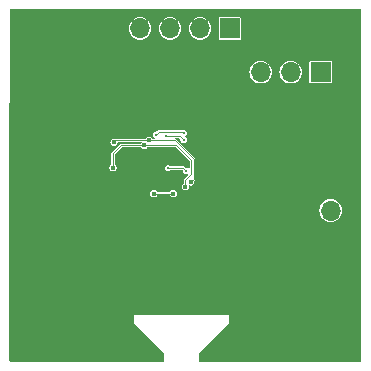
<source format=gbr>
%TF.GenerationSoftware,KiCad,Pcbnew,8.0.6-8.0.6-0~ubuntu20.04.1*%
%TF.CreationDate,2024-11-02T23:17:13+01:00*%
%TF.ProjectId,CYW43439,43595734-3334-4333-992e-6b696361645f,rev?*%
%TF.SameCoordinates,Original*%
%TF.FileFunction,Copper,L2,Bot*%
%TF.FilePolarity,Positive*%
%FSLAX46Y46*%
G04 Gerber Fmt 4.6, Leading zero omitted, Abs format (unit mm)*
G04 Created by KiCad (PCBNEW 8.0.6-8.0.6-0~ubuntu20.04.1) date 2024-11-02 23:17:13*
%MOMM*%
%LPD*%
G01*
G04 APERTURE LIST*
%TA.AperFunction,ComponentPad*%
%ADD10R,1.700000X1.700000*%
%TD*%
%TA.AperFunction,ComponentPad*%
%ADD11O,1.700000X1.700000*%
%TD*%
%TA.AperFunction,ViaPad*%
%ADD12C,0.400000*%
%TD*%
%TA.AperFunction,ViaPad*%
%ADD13C,0.300000*%
%TD*%
%TA.AperFunction,Conductor*%
%ADD14C,0.100000*%
%TD*%
G04 APERTURE END LIST*
D10*
%TO.P,J3,1,Pin_1*%
%TO.N,GND*%
X152975000Y-96975000D03*
D11*
%TO.P,J3,2,Pin_2*%
%TO.N,+3.3V*%
X152975000Y-99515000D03*
%TD*%
D10*
%TO.P,J2,1,Pin_1*%
%TO.N,WL_CLK*%
X144450000Y-84100000D03*
D11*
%TO.P,J2,2,Pin_2*%
%TO.N,WL_D*%
X141910000Y-84100000D03*
%TO.P,J2,3,Pin_3*%
%TO.N,WL_CS*%
X139370000Y-84100000D03*
%TO.P,J2,4,Pin_4*%
%TO.N,WL_ON*%
X136830000Y-84100000D03*
%TD*%
D10*
%TO.P,J1,1,Pin_1*%
%TO.N,WL_GPIO2*%
X152125000Y-87800000D03*
D11*
%TO.P,J1,2,Pin_2*%
%TO.N,WL_GPIO0*%
X149585000Y-87800000D03*
%TO.P,J1,3,Pin_3*%
%TO.N,WL_GPIO1*%
X147045000Y-87800000D03*
%TD*%
D12*
%TO.N,GND*%
X128925000Y-99175000D03*
X126175000Y-94600000D03*
X147000000Y-99525000D03*
X155225000Y-99950000D03*
X155200000Y-95200000D03*
X155175000Y-90275000D03*
X137025000Y-98775000D03*
X134925000Y-98750000D03*
X133825000Y-97300000D03*
X134925000Y-98000000D03*
X134925000Y-96600000D03*
X142750000Y-100775000D03*
X142825000Y-99675000D03*
X143400000Y-100100000D03*
X143900000Y-100575000D03*
X143150000Y-101225000D03*
X137800000Y-99300000D03*
X141425000Y-99275000D03*
X140825000Y-99275000D03*
X140225000Y-99300000D03*
X142225000Y-99675000D03*
X142225000Y-100600000D03*
X142250000Y-101175000D03*
X137250000Y-99900000D03*
X137225000Y-100500000D03*
X137200000Y-101175000D03*
X137200000Y-101850000D03*
X137225000Y-102550000D03*
X137850000Y-102575000D03*
X138475000Y-102575000D03*
X139200000Y-102600000D03*
X139925000Y-102600000D03*
X140675000Y-102600000D03*
X141425000Y-102600000D03*
X142225000Y-102600000D03*
X142225000Y-101875000D03*
X143150000Y-101875000D03*
X143150000Y-102600000D03*
X143150000Y-103275000D03*
X143150000Y-104000000D03*
X143900000Y-104000000D03*
X145075000Y-102075000D03*
X145100000Y-103000000D03*
X139625000Y-98800000D03*
X138375000Y-98800000D03*
X138375000Y-99300000D03*
X139625000Y-99300000D03*
X131850000Y-89900000D03*
X126100000Y-99075000D03*
X126225000Y-90475000D03*
X135575000Y-86400000D03*
X130675000Y-86500000D03*
X126350000Y-86450000D03*
X139175000Y-88550000D03*
X139175000Y-86775000D03*
X143800000Y-88300000D03*
X143900000Y-86700000D03*
X142350000Y-88450000D03*
X142325000Y-86700000D03*
X141150000Y-88425000D03*
X141150000Y-86775000D03*
X146025000Y-93175000D03*
X143550000Y-93200000D03*
X141900000Y-94975000D03*
X150300000Y-92550000D03*
X150875000Y-90000000D03*
X145000000Y-90150000D03*
X142300000Y-92800000D03*
X140975000Y-94100000D03*
X146050000Y-94875000D03*
X146225000Y-109250000D03*
X132575000Y-111825000D03*
X144725000Y-109300000D03*
X154925000Y-111450000D03*
X145600000Y-103650000D03*
X145150000Y-107250000D03*
X145300000Y-98150000D03*
X146300000Y-104425000D03*
X133475000Y-89925000D03*
X126425000Y-107275000D03*
X150750000Y-106975000D03*
X144075000Y-109925000D03*
X137050000Y-108025000D03*
X135975000Y-98000000D03*
X145500000Y-110050000D03*
X154925000Y-106900000D03*
X144700000Y-108675000D03*
X143675000Y-111825000D03*
X144300000Y-111225000D03*
X154875000Y-102875000D03*
X137075000Y-110450000D03*
X150275000Y-102025000D03*
X142900000Y-111100000D03*
X140368753Y-108019975D03*
X140175000Y-104950000D03*
X127075000Y-95500000D03*
X144675000Y-104475000D03*
X126425000Y-102700000D03*
X143475000Y-110500000D03*
X143525000Y-108025000D03*
X146350000Y-106300000D03*
X133275000Y-102025000D03*
X133975000Y-94350000D03*
X130775000Y-98400000D03*
X136000000Y-108675000D03*
X146350000Y-108125000D03*
X141425000Y-108025000D03*
X139200000Y-96700000D03*
X146350000Y-105350000D03*
X144675000Y-108025000D03*
X135975000Y-109350000D03*
X134950000Y-95100000D03*
X149200000Y-91825000D03*
X138025000Y-86975000D03*
X149625000Y-111950000D03*
X144900000Y-110650000D03*
X146350000Y-107225000D03*
X138150000Y-108025000D03*
X145150000Y-105375000D03*
X142425000Y-108025000D03*
X136475000Y-109925000D03*
X126500000Y-111700000D03*
X149975000Y-96525000D03*
X137675000Y-111075000D03*
X136000000Y-108025000D03*
X139275000Y-108025000D03*
X145150000Y-106325000D03*
X131175000Y-107075000D03*
D13*
%TO.N,WL_GPIO2*%
X139200000Y-95900000D03*
X140750000Y-96150000D03*
%TO.N,WL_GPIO1*%
X140525000Y-92950000D03*
X138200000Y-93091608D03*
%TO.N,WL_GPIO0*%
X139050000Y-93200000D03*
X140525000Y-93525000D03*
D12*
%TO.N,VOUT_3P3*%
X134550000Y-95875000D03*
X137200000Y-94000000D03*
X140675000Y-97500000D03*
%TO.N,VDDBAT*%
X141125000Y-97100000D03*
X137600000Y-93575000D03*
X134625000Y-93725000D03*
%TO.N,Net-(U1-BTFM_PLL_VDD)*%
X139650000Y-98075000D03*
X138000000Y-98075000D03*
%TD*%
D14*
%TO.N,Net-(U1-BTFM_PLL_VDD)*%
X139650000Y-98075000D02*
X138000000Y-98075000D01*
%TO.N,WL_GPIO2*%
X140750000Y-96150000D02*
X140500000Y-95900000D01*
X140500000Y-95900000D02*
X139200000Y-95900000D01*
%TO.N,WL_GPIO1*%
X138416608Y-92875000D02*
X140450000Y-92875000D01*
X138200000Y-93091608D02*
X138416608Y-92875000D01*
X140450000Y-92875000D02*
X140525000Y-92950000D01*
%TO.N,WL_GPIO0*%
X139050000Y-93200000D02*
X140200000Y-93200000D01*
X140200000Y-93200000D02*
X140525000Y-93525000D01*
%TO.N,VOUT_3P3*%
X134550000Y-95875000D02*
X134550000Y-94675000D01*
X139900000Y-94000000D02*
X137200000Y-94000000D01*
X134550000Y-94675000D02*
X135225000Y-94000000D01*
X140675000Y-96925000D02*
X141175000Y-96425000D01*
X141175000Y-95275000D02*
X139900000Y-94000000D01*
X140675000Y-97500000D02*
X140675000Y-96925000D01*
X141175000Y-96425000D02*
X141175000Y-95275000D01*
X135225000Y-94000000D02*
X137200000Y-94000000D01*
%TO.N,VDDBAT*%
X141375000Y-96850000D02*
X141125000Y-97100000D01*
X137600000Y-93575000D02*
X139775000Y-93575000D01*
X137600000Y-93575000D02*
X134775000Y-93575000D01*
X141375000Y-95175000D02*
X141375000Y-96850000D01*
X134775000Y-93575000D02*
X134625000Y-93725000D01*
X139775000Y-93575000D02*
X141375000Y-95175000D01*
%TD*%
%TA.AperFunction,Conductor*%
%TO.N,GND*%
G36*
X155560148Y-82464352D02*
G01*
X155574500Y-82499000D01*
X155574500Y-112250500D01*
X155560148Y-112285148D01*
X155525500Y-112299500D01*
X141899000Y-112299500D01*
X141864352Y-112285148D01*
X141850000Y-112250500D01*
X141850000Y-111595296D01*
X141864352Y-111560648D01*
X144350000Y-109075000D01*
X144350000Y-108325000D01*
X136350000Y-108325000D01*
X136350000Y-109075000D01*
X138835648Y-111560648D01*
X138850000Y-111595296D01*
X138850000Y-112250500D01*
X138835648Y-112285148D01*
X138801000Y-112299500D01*
X125824500Y-112299500D01*
X125789852Y-112285148D01*
X125775500Y-112250500D01*
X125775500Y-99514999D01*
X152019901Y-99514999D01*
X152019901Y-99515000D01*
X152038253Y-99701331D01*
X152038253Y-99701332D01*
X152092604Y-99880502D01*
X152180863Y-100045624D01*
X152180868Y-100045631D01*
X152243775Y-100122282D01*
X152299643Y-100190357D01*
X152382590Y-100258430D01*
X152444368Y-100309131D01*
X152444375Y-100309136D01*
X152609499Y-100397396D01*
X152788669Y-100451747D01*
X152975000Y-100470099D01*
X153161331Y-100451747D01*
X153340501Y-100397396D01*
X153505625Y-100309136D01*
X153650357Y-100190357D01*
X153769136Y-100045625D01*
X153857396Y-99880501D01*
X153911747Y-99701331D01*
X153930099Y-99515000D01*
X153911747Y-99328669D01*
X153857396Y-99149499D01*
X153769136Y-98984375D01*
X153769131Y-98984368D01*
X153718430Y-98922590D01*
X153650357Y-98839643D01*
X153582282Y-98783775D01*
X153505631Y-98720868D01*
X153505624Y-98720863D01*
X153340502Y-98632604D01*
X153161331Y-98578253D01*
X152975000Y-98559901D01*
X152788668Y-98578253D01*
X152788667Y-98578253D01*
X152609497Y-98632604D01*
X152444375Y-98720863D01*
X152444368Y-98720868D01*
X152299643Y-98839643D01*
X152180868Y-98984368D01*
X152180863Y-98984375D01*
X152092604Y-99149497D01*
X152038253Y-99328667D01*
X152038253Y-99328668D01*
X152019901Y-99514999D01*
X125775500Y-99514999D01*
X125775500Y-98075000D01*
X137694864Y-98075000D01*
X137713266Y-98179365D01*
X137766250Y-98271136D01*
X137766252Y-98271139D01*
X137847431Y-98339256D01*
X137947014Y-98375500D01*
X138052986Y-98375500D01*
X138152568Y-98339256D01*
X138233747Y-98271139D01*
X138233747Y-98271138D01*
X138233748Y-98271138D01*
X138245951Y-98250000D01*
X138275704Y-98227170D01*
X138288387Y-98225500D01*
X139361613Y-98225500D01*
X139396261Y-98239852D01*
X139404049Y-98250001D01*
X139416252Y-98271138D01*
X139416252Y-98271139D01*
X139497431Y-98339256D01*
X139597014Y-98375500D01*
X139702986Y-98375500D01*
X139802568Y-98339256D01*
X139883747Y-98271139D01*
X139883749Y-98271136D01*
X139936733Y-98179365D01*
X139936733Y-98179364D01*
X139936734Y-98179363D01*
X139955136Y-98075000D01*
X139936734Y-97970637D01*
X139936733Y-97970635D01*
X139936733Y-97970634D01*
X139883749Y-97878863D01*
X139883747Y-97878860D01*
X139802568Y-97810743D01*
X139702986Y-97774500D01*
X139597014Y-97774500D01*
X139497431Y-97810743D01*
X139416252Y-97878860D01*
X139416252Y-97878861D01*
X139404049Y-97899999D01*
X139374296Y-97922830D01*
X139361613Y-97924500D01*
X138288387Y-97924500D01*
X138253739Y-97910148D01*
X138245951Y-97899999D01*
X138233748Y-97878862D01*
X138233747Y-97878861D01*
X138233747Y-97878860D01*
X138152568Y-97810743D01*
X138052986Y-97774500D01*
X137947014Y-97774500D01*
X137847431Y-97810743D01*
X137766252Y-97878860D01*
X137766250Y-97878863D01*
X137713266Y-97970634D01*
X137694864Y-98075000D01*
X125775500Y-98075000D01*
X125775500Y-95875000D01*
X134244864Y-95875000D01*
X134263266Y-95979365D01*
X134316250Y-96071136D01*
X134316252Y-96071139D01*
X134397431Y-96139256D01*
X134497014Y-96175500D01*
X134602986Y-96175500D01*
X134702568Y-96139256D01*
X134783747Y-96071139D01*
X134783749Y-96071136D01*
X134836733Y-95979365D01*
X134836733Y-95979364D01*
X134836734Y-95979363D01*
X134855136Y-95875000D01*
X134836734Y-95770637D01*
X134836733Y-95770635D01*
X134836733Y-95770634D01*
X134783749Y-95678863D01*
X134783747Y-95678860D01*
X134718003Y-95623695D01*
X134700686Y-95590430D01*
X134700500Y-95586159D01*
X134700500Y-94757635D01*
X134714852Y-94722987D01*
X135272987Y-94164852D01*
X135307635Y-94150500D01*
X136911613Y-94150500D01*
X136946261Y-94164852D01*
X136954049Y-94175001D01*
X136966252Y-94196138D01*
X136966252Y-94196139D01*
X137047431Y-94264256D01*
X137147014Y-94300500D01*
X137252986Y-94300500D01*
X137352568Y-94264256D01*
X137433747Y-94196139D01*
X137433747Y-94196138D01*
X137433748Y-94196138D01*
X137445951Y-94175000D01*
X137475704Y-94152170D01*
X137488387Y-94150500D01*
X139817364Y-94150500D01*
X139852012Y-94164852D01*
X141010148Y-95322987D01*
X141024500Y-95357635D01*
X141024500Y-95910401D01*
X141010148Y-95945049D01*
X140975500Y-95959401D01*
X140948277Y-95951143D01*
X140857492Y-95890483D01*
X140750003Y-95869103D01*
X140750000Y-95869103D01*
X140718920Y-95875284D01*
X140682137Y-95867966D01*
X140674714Y-95861873D01*
X140585255Y-95772414D01*
X140585252Y-95772412D01*
X140552848Y-95758990D01*
X140529936Y-95749500D01*
X139456971Y-95749500D01*
X139422323Y-95735148D01*
X139416229Y-95727723D01*
X139398624Y-95701375D01*
X139307492Y-95640483D01*
X139200003Y-95619103D01*
X139199997Y-95619103D01*
X139092507Y-95640483D01*
X139001375Y-95701375D01*
X138940483Y-95792507D01*
X138919103Y-95899997D01*
X138919103Y-95900002D01*
X138940483Y-96007492D01*
X139001375Y-96098624D01*
X139061991Y-96139126D01*
X139092505Y-96159515D01*
X139092507Y-96159516D01*
X139199997Y-96180897D01*
X139200000Y-96180897D01*
X139200003Y-96180897D01*
X139307492Y-96159516D01*
X139307492Y-96159515D01*
X139307495Y-96159515D01*
X139398624Y-96098624D01*
X139416229Y-96072277D01*
X139447412Y-96051442D01*
X139456971Y-96050500D01*
X140417364Y-96050500D01*
X140452012Y-96064852D01*
X140461873Y-96074713D01*
X140476225Y-96109361D01*
X140475284Y-96118918D01*
X140469103Y-96149999D01*
X140469103Y-96150002D01*
X140490483Y-96257492D01*
X140551375Y-96348624D01*
X140572382Y-96362660D01*
X140642505Y-96409515D01*
X140642507Y-96409516D01*
X140749997Y-96430897D01*
X140750000Y-96430897D01*
X140750003Y-96430897D01*
X140849051Y-96411195D01*
X140885833Y-96418511D01*
X140906668Y-96449694D01*
X140899352Y-96486476D01*
X140893258Y-96493901D01*
X140547413Y-96839746D01*
X140533990Y-96872149D01*
X140533990Y-96872151D01*
X140524500Y-96895064D01*
X140524500Y-96895065D01*
X140524500Y-97211159D01*
X140510148Y-97245807D01*
X140506997Y-97248695D01*
X140441252Y-97303860D01*
X140441250Y-97303863D01*
X140388266Y-97395634D01*
X140369864Y-97500000D01*
X140388266Y-97604365D01*
X140441250Y-97696136D01*
X140441252Y-97696139D01*
X140522431Y-97764256D01*
X140622014Y-97800500D01*
X140727986Y-97800500D01*
X140827568Y-97764256D01*
X140908747Y-97696139D01*
X140908749Y-97696136D01*
X140961733Y-97604365D01*
X140961733Y-97604364D01*
X140961734Y-97604363D01*
X140980136Y-97500000D01*
X140969824Y-97441520D01*
X140977941Y-97404909D01*
X141009571Y-97384758D01*
X141034836Y-97386968D01*
X141072014Y-97400500D01*
X141072015Y-97400500D01*
X141177986Y-97400500D01*
X141277568Y-97364256D01*
X141358747Y-97296139D01*
X141358749Y-97296136D01*
X141411733Y-97204365D01*
X141411733Y-97204364D01*
X141411734Y-97204363D01*
X141430136Y-97100000D01*
X141420730Y-97046656D01*
X141428848Y-97010043D01*
X141434327Y-97003511D01*
X141502587Y-96935252D01*
X141515589Y-96903862D01*
X141525500Y-96879936D01*
X141525500Y-95145064D01*
X141514043Y-95117406D01*
X141502588Y-95089749D01*
X141135826Y-94722987D01*
X139860254Y-93447413D01*
X139860252Y-93447412D01*
X139853872Y-93444769D01*
X139827354Y-93418252D01*
X139827354Y-93380749D01*
X139853872Y-93354230D01*
X139872624Y-93350500D01*
X140117364Y-93350500D01*
X140152012Y-93364852D01*
X140236873Y-93449713D01*
X140251225Y-93484361D01*
X140250284Y-93493918D01*
X140244103Y-93524999D01*
X140244103Y-93525002D01*
X140265483Y-93632492D01*
X140326375Y-93723624D01*
X140386991Y-93764126D01*
X140417505Y-93784515D01*
X140417507Y-93784516D01*
X140524997Y-93805897D01*
X140525000Y-93805897D01*
X140525003Y-93805897D01*
X140632492Y-93784516D01*
X140632492Y-93784515D01*
X140632495Y-93784515D01*
X140723624Y-93723624D01*
X140784515Y-93632495D01*
X140786875Y-93620634D01*
X140805897Y-93525002D01*
X140805897Y-93524997D01*
X140784516Y-93417507D01*
X140723624Y-93326375D01*
X140669531Y-93290232D01*
X140651585Y-93278240D01*
X140630751Y-93247060D01*
X140638067Y-93210277D01*
X140651583Y-93196760D01*
X140723624Y-93148624D01*
X140784515Y-93057495D01*
X140786106Y-93049500D01*
X140805897Y-92950002D01*
X140805897Y-92949997D01*
X140784516Y-92842507D01*
X140777556Y-92832091D01*
X140763271Y-92810711D01*
X140723624Y-92751375D01*
X140632492Y-92690483D01*
X140525003Y-92669103D01*
X140524997Y-92669103D01*
X140417507Y-92690483D01*
X140378957Y-92716242D01*
X140351734Y-92724500D01*
X138386672Y-92724500D01*
X138363759Y-92733990D01*
X138344777Y-92741852D01*
X138331355Y-92747412D01*
X138275285Y-92803482D01*
X138240637Y-92817833D01*
X138231079Y-92816892D01*
X138200000Y-92810711D01*
X138199997Y-92810711D01*
X138092507Y-92832091D01*
X138001375Y-92892983D01*
X137940483Y-92984115D01*
X137919103Y-93091605D01*
X137919103Y-93091610D01*
X137940483Y-93199100D01*
X138001375Y-93290232D01*
X138032074Y-93310744D01*
X138068014Y-93334758D01*
X138088849Y-93365940D01*
X138081533Y-93402723D01*
X138050351Y-93423558D01*
X138040791Y-93424500D01*
X137888387Y-93424500D01*
X137853739Y-93410148D01*
X137845951Y-93399999D01*
X137833748Y-93378862D01*
X137833747Y-93378861D01*
X137833747Y-93378860D01*
X137752568Y-93310743D01*
X137652986Y-93274500D01*
X137547014Y-93274500D01*
X137447431Y-93310743D01*
X137366252Y-93378860D01*
X137366252Y-93378861D01*
X137362674Y-93385059D01*
X137354843Y-93398624D01*
X137354049Y-93399999D01*
X137324296Y-93422830D01*
X137311613Y-93424500D01*
X134745064Y-93424500D01*
X134745062Y-93424500D01*
X134745059Y-93424501D01*
X134731294Y-93430203D01*
X134695785Y-93430978D01*
X134677986Y-93424500D01*
X134572014Y-93424500D01*
X134472431Y-93460743D01*
X134391252Y-93528860D01*
X134391250Y-93528863D01*
X134338266Y-93620634D01*
X134319864Y-93725000D01*
X134338266Y-93829365D01*
X134391250Y-93921136D01*
X134391252Y-93921139D01*
X134472431Y-93989256D01*
X134572014Y-94025500D01*
X134677986Y-94025500D01*
X134777568Y-93989256D01*
X134858747Y-93921139D01*
X134858749Y-93921136D01*
X134911733Y-93829365D01*
X134911733Y-93829364D01*
X134911734Y-93829363D01*
X134922908Y-93765990D01*
X134943059Y-93734361D01*
X134971164Y-93725500D01*
X136926924Y-93725500D01*
X136961572Y-93739852D01*
X136975924Y-93774500D01*
X136966903Y-93799286D01*
X136968396Y-93800148D01*
X136954049Y-93824999D01*
X136924296Y-93847830D01*
X136911613Y-93849500D01*
X135195062Y-93849500D01*
X135155950Y-93865702D01*
X135139746Y-93872413D01*
X135139744Y-93872415D01*
X134422413Y-94589745D01*
X134422413Y-94589746D01*
X134408990Y-94622149D01*
X134408990Y-94622151D01*
X134399500Y-94645064D01*
X134399500Y-94645065D01*
X134399500Y-95586159D01*
X134385148Y-95620807D01*
X134381997Y-95623695D01*
X134316252Y-95678860D01*
X134316250Y-95678863D01*
X134263266Y-95770634D01*
X134244864Y-95875000D01*
X125775500Y-95875000D01*
X125775500Y-92209166D01*
X125784575Y-88594131D01*
X125786569Y-87799999D01*
X146089901Y-87799999D01*
X146089901Y-87800000D01*
X146108253Y-87986331D01*
X146108253Y-87986332D01*
X146162604Y-88165502D01*
X146250863Y-88330624D01*
X146250868Y-88330631D01*
X146313775Y-88407282D01*
X146369643Y-88475357D01*
X146452590Y-88543430D01*
X146514368Y-88594131D01*
X146514375Y-88594136D01*
X146679499Y-88682396D01*
X146858669Y-88736747D01*
X147045000Y-88755099D01*
X147231331Y-88736747D01*
X147410501Y-88682396D01*
X147575625Y-88594136D01*
X147720357Y-88475357D01*
X147839136Y-88330625D01*
X147927396Y-88165501D01*
X147981747Y-87986331D01*
X148000099Y-87800000D01*
X148000099Y-87799999D01*
X148629901Y-87799999D01*
X148629901Y-87800000D01*
X148648253Y-87986331D01*
X148648253Y-87986332D01*
X148702604Y-88165502D01*
X148790863Y-88330624D01*
X148790868Y-88330631D01*
X148853775Y-88407282D01*
X148909643Y-88475357D01*
X148992590Y-88543430D01*
X149054368Y-88594131D01*
X149054375Y-88594136D01*
X149219499Y-88682396D01*
X149398669Y-88736747D01*
X149585000Y-88755099D01*
X149771331Y-88736747D01*
X149950501Y-88682396D01*
X150115625Y-88594136D01*
X150260357Y-88475357D01*
X150379136Y-88330625D01*
X150467396Y-88165501D01*
X150521747Y-87986331D01*
X150540099Y-87800000D01*
X150521747Y-87613669D01*
X150467396Y-87434499D01*
X150379136Y-87269375D01*
X150379131Y-87269368D01*
X150328430Y-87207590D01*
X150260357Y-87124643D01*
X150192282Y-87068775D01*
X150115631Y-87005868D01*
X150115624Y-87005863D01*
X149992580Y-86940095D01*
X151174500Y-86940095D01*
X151174500Y-88659894D01*
X151174501Y-88659898D01*
X151180331Y-88689213D01*
X151180331Y-88689214D01*
X151180332Y-88689215D01*
X151180332Y-88689216D01*
X151202542Y-88722456D01*
X151202543Y-88722457D01*
X151235787Y-88744669D01*
X151265101Y-88750500D01*
X152984898Y-88750499D01*
X153014213Y-88744669D01*
X153047457Y-88722457D01*
X153069669Y-88689213D01*
X153075500Y-88659899D01*
X153075499Y-86940102D01*
X153069669Y-86910787D01*
X153069667Y-86910784D01*
X153069667Y-86910783D01*
X153047457Y-86877543D01*
X153014212Y-86855330D01*
X152984901Y-86849500D01*
X151265105Y-86849500D01*
X151265104Y-86849500D01*
X151265102Y-86849501D01*
X151235787Y-86855331D01*
X151235786Y-86855331D01*
X151235784Y-86855332D01*
X151235783Y-86855332D01*
X151202543Y-86877542D01*
X151180330Y-86910786D01*
X151180330Y-86910787D01*
X151174500Y-86940095D01*
X149992580Y-86940095D01*
X149950502Y-86917604D01*
X149771331Y-86863253D01*
X149585000Y-86844901D01*
X149398668Y-86863253D01*
X149398667Y-86863253D01*
X149219497Y-86917604D01*
X149054375Y-87005863D01*
X149054368Y-87005868D01*
X148909643Y-87124643D01*
X148790868Y-87269368D01*
X148790863Y-87269375D01*
X148702604Y-87434497D01*
X148648253Y-87613667D01*
X148648253Y-87613668D01*
X148629901Y-87799999D01*
X148000099Y-87799999D01*
X147981747Y-87613669D01*
X147927396Y-87434499D01*
X147839136Y-87269375D01*
X147839131Y-87269368D01*
X147788430Y-87207590D01*
X147720357Y-87124643D01*
X147652282Y-87068775D01*
X147575631Y-87005868D01*
X147575624Y-87005863D01*
X147410502Y-86917604D01*
X147231331Y-86863253D01*
X147045000Y-86844901D01*
X146858668Y-86863253D01*
X146858667Y-86863253D01*
X146679497Y-86917604D01*
X146514375Y-87005863D01*
X146514368Y-87005868D01*
X146369643Y-87124643D01*
X146250868Y-87269368D01*
X146250863Y-87269375D01*
X146162604Y-87434497D01*
X146108253Y-87613667D01*
X146108253Y-87613668D01*
X146089901Y-87799999D01*
X125786569Y-87799999D01*
X125795857Y-84099999D01*
X135874901Y-84099999D01*
X135874901Y-84100000D01*
X135893253Y-84286331D01*
X135893253Y-84286332D01*
X135947604Y-84465502D01*
X136035863Y-84630624D01*
X136035868Y-84630631D01*
X136098775Y-84707282D01*
X136154643Y-84775357D01*
X136237590Y-84843430D01*
X136299368Y-84894131D01*
X136299375Y-84894136D01*
X136464499Y-84982396D01*
X136643669Y-85036747D01*
X136830000Y-85055099D01*
X137016331Y-85036747D01*
X137195501Y-84982396D01*
X137360625Y-84894136D01*
X137505357Y-84775357D01*
X137624136Y-84630625D01*
X137712396Y-84465501D01*
X137766747Y-84286331D01*
X137785099Y-84100000D01*
X137785099Y-84099999D01*
X138414901Y-84099999D01*
X138414901Y-84100000D01*
X138433253Y-84286331D01*
X138433253Y-84286332D01*
X138487604Y-84465502D01*
X138575863Y-84630624D01*
X138575868Y-84630631D01*
X138638775Y-84707282D01*
X138694643Y-84775357D01*
X138777590Y-84843430D01*
X138839368Y-84894131D01*
X138839375Y-84894136D01*
X139004499Y-84982396D01*
X139183669Y-85036747D01*
X139370000Y-85055099D01*
X139556331Y-85036747D01*
X139735501Y-84982396D01*
X139900625Y-84894136D01*
X140045357Y-84775357D01*
X140164136Y-84630625D01*
X140252396Y-84465501D01*
X140306747Y-84286331D01*
X140325099Y-84100000D01*
X140325099Y-84099999D01*
X140954901Y-84099999D01*
X140954901Y-84100000D01*
X140973253Y-84286331D01*
X140973253Y-84286332D01*
X141027604Y-84465502D01*
X141115863Y-84630624D01*
X141115868Y-84630631D01*
X141178775Y-84707282D01*
X141234643Y-84775357D01*
X141317590Y-84843430D01*
X141379368Y-84894131D01*
X141379375Y-84894136D01*
X141544499Y-84982396D01*
X141723669Y-85036747D01*
X141910000Y-85055099D01*
X142096331Y-85036747D01*
X142275501Y-84982396D01*
X142440625Y-84894136D01*
X142585357Y-84775357D01*
X142704136Y-84630625D01*
X142792396Y-84465501D01*
X142846747Y-84286331D01*
X142865099Y-84100000D01*
X142846747Y-83913669D01*
X142792396Y-83734499D01*
X142704136Y-83569375D01*
X142704131Y-83569368D01*
X142653430Y-83507590D01*
X142585357Y-83424643D01*
X142517282Y-83368775D01*
X142440631Y-83305868D01*
X142440624Y-83305863D01*
X142317580Y-83240095D01*
X143499500Y-83240095D01*
X143499500Y-84959894D01*
X143499501Y-84959898D01*
X143505331Y-84989213D01*
X143505331Y-84989214D01*
X143505332Y-84989215D01*
X143505332Y-84989216D01*
X143527542Y-85022456D01*
X143527543Y-85022457D01*
X143560787Y-85044669D01*
X143590101Y-85050500D01*
X145309898Y-85050499D01*
X145339213Y-85044669D01*
X145372457Y-85022457D01*
X145394669Y-84989213D01*
X145400500Y-84959899D01*
X145400499Y-83240102D01*
X145394669Y-83210787D01*
X145394667Y-83210784D01*
X145394667Y-83210783D01*
X145372457Y-83177543D01*
X145339212Y-83155330D01*
X145309901Y-83149500D01*
X143590105Y-83149500D01*
X143590104Y-83149500D01*
X143590102Y-83149501D01*
X143560787Y-83155331D01*
X143560786Y-83155331D01*
X143560784Y-83155332D01*
X143560783Y-83155332D01*
X143527543Y-83177542D01*
X143505330Y-83210786D01*
X143505330Y-83210787D01*
X143499500Y-83240095D01*
X142317580Y-83240095D01*
X142275502Y-83217604D01*
X142096331Y-83163253D01*
X141910000Y-83144901D01*
X141723668Y-83163253D01*
X141723667Y-83163253D01*
X141544497Y-83217604D01*
X141379375Y-83305863D01*
X141379368Y-83305868D01*
X141234643Y-83424643D01*
X141115868Y-83569368D01*
X141115863Y-83569375D01*
X141027604Y-83734497D01*
X140973253Y-83913667D01*
X140973253Y-83913668D01*
X140954901Y-84099999D01*
X140325099Y-84099999D01*
X140306747Y-83913669D01*
X140252396Y-83734499D01*
X140164136Y-83569375D01*
X140164131Y-83569368D01*
X140113430Y-83507590D01*
X140045357Y-83424643D01*
X139977282Y-83368775D01*
X139900631Y-83305868D01*
X139900624Y-83305863D01*
X139735502Y-83217604D01*
X139556331Y-83163253D01*
X139370000Y-83144901D01*
X139183668Y-83163253D01*
X139183667Y-83163253D01*
X139004497Y-83217604D01*
X138839375Y-83305863D01*
X138839368Y-83305868D01*
X138694643Y-83424643D01*
X138575868Y-83569368D01*
X138575863Y-83569375D01*
X138487604Y-83734497D01*
X138433253Y-83913667D01*
X138433253Y-83913668D01*
X138414901Y-84099999D01*
X137785099Y-84099999D01*
X137766747Y-83913669D01*
X137712396Y-83734499D01*
X137624136Y-83569375D01*
X137624131Y-83569368D01*
X137573430Y-83507590D01*
X137505357Y-83424643D01*
X137437282Y-83368775D01*
X137360631Y-83305868D01*
X137360624Y-83305863D01*
X137195502Y-83217604D01*
X137016331Y-83163253D01*
X136830000Y-83144901D01*
X136643668Y-83163253D01*
X136643667Y-83163253D01*
X136464497Y-83217604D01*
X136299375Y-83305863D01*
X136299368Y-83305868D01*
X136154643Y-83424643D01*
X136035868Y-83569368D01*
X136035863Y-83569375D01*
X135947604Y-83734497D01*
X135893253Y-83913667D01*
X135893253Y-83913668D01*
X135874901Y-84099999D01*
X125795857Y-84099999D01*
X125799877Y-82498876D01*
X125814316Y-82464265D01*
X125848877Y-82450000D01*
X155525500Y-82450000D01*
X155560148Y-82464352D01*
G37*
%TD.AperFunction*%
%TD*%
M02*

</source>
